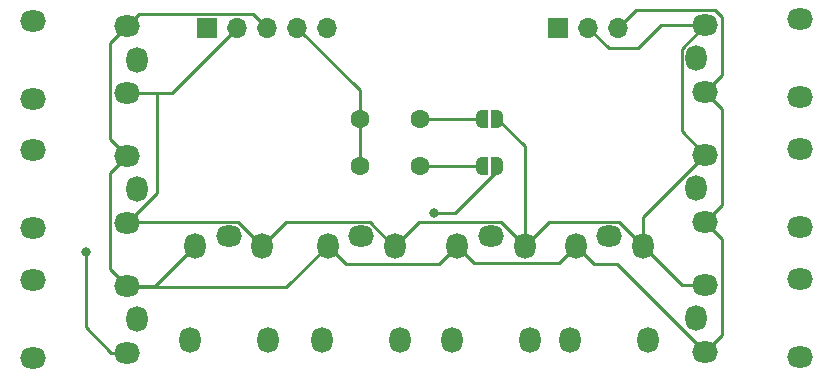
<source format=gbr>
%TF.GenerationSoftware,KiCad,Pcbnew,(6.0.5)*%
%TF.CreationDate,2022-05-17T14:08:41+02:00*%
%TF.ProjectId,i2c_bus_magslide,6932635f-6275-4735-9f6d-6167736c6964,rev?*%
%TF.SameCoordinates,Original*%
%TF.FileFunction,Copper,L1,Top*%
%TF.FilePolarity,Positive*%
%FSLAX46Y46*%
G04 Gerber Fmt 4.6, Leading zero omitted, Abs format (unit mm)*
G04 Created by KiCad (PCBNEW (6.0.5)) date 2022-05-17 14:08:41*
%MOMM*%
%LPD*%
G01*
G04 APERTURE LIST*
G04 Aperture macros list*
%AMFreePoly0*
4,1,22,0.500000,-0.750000,0.000000,-0.750000,0.000000,-0.745033,-0.079941,-0.743568,-0.215256,-0.701293,-0.333266,-0.622738,-0.424486,-0.514219,-0.481581,-0.384460,-0.499164,-0.250000,-0.500000,-0.250000,-0.500000,0.250000,-0.499164,0.250000,-0.499963,0.256109,-0.478152,0.396186,-0.417904,0.524511,-0.324060,0.630769,-0.204165,0.706417,-0.067858,0.745374,0.000000,0.744959,0.000000,0.750000,
0.500000,0.750000,0.500000,-0.750000,0.500000,-0.750000,$1*%
%AMFreePoly1*
4,1,20,0.000000,0.744959,0.073905,0.744508,0.209726,0.703889,0.328688,0.626782,0.421226,0.519385,0.479903,0.390333,0.500000,0.250000,0.500000,-0.250000,0.499851,-0.262216,0.476331,-0.402017,0.414519,-0.529596,0.319384,-0.634700,0.198574,-0.708877,0.061801,-0.746166,0.000000,-0.745033,0.000000,-0.750000,-0.500000,-0.750000,-0.500000,0.750000,0.000000,0.750000,0.000000,0.744959,
0.000000,0.744959,$1*%
G04 Aperture macros list end*
%TA.AperFunction,ComponentPad*%
%ADD10C,1.600000*%
%TD*%
%TA.AperFunction,SMDPad,CuDef*%
%ADD11FreePoly0,180.000000*%
%TD*%
%TA.AperFunction,SMDPad,CuDef*%
%ADD12FreePoly1,180.000000*%
%TD*%
%TA.AperFunction,ComponentPad*%
%ADD13R,1.700000X1.700000*%
%TD*%
%TA.AperFunction,ComponentPad*%
%ADD14O,1.700000X1.700000*%
%TD*%
%TA.AperFunction,ComponentPad*%
%ADD15O,2.200000X1.800000*%
%TD*%
%TA.AperFunction,ComponentPad*%
%ADD16O,1.800000X2.200000*%
%TD*%
%TA.AperFunction,ViaPad*%
%ADD17C,0.800000*%
%TD*%
%TA.AperFunction,Conductor*%
%ADD18C,0.250000*%
%TD*%
G04 APERTURE END LIST*
D10*
%TO.P,R2,1*%
%TO.N,+3V3*%
X166200000Y-76700000D03*
%TO.P,R2,2*%
%TO.N,Net-(JP2-Pad2)*%
X171280000Y-76700000D03*
%TD*%
%TO.P,R1,2*%
%TO.N,Net-(JP1-Pad2)*%
X171280000Y-72700000D03*
%TO.P,R1,1*%
%TO.N,+3V3*%
X166200000Y-72700000D03*
%TD*%
D11*
%TO.P,JP2,1,A*%
%TO.N,SCL*%
X177850000Y-76700000D03*
D12*
%TO.P,JP2,2,B*%
%TO.N,Net-(JP2-Pad2)*%
X176550000Y-76700000D03*
%TD*%
D11*
%TO.P,JP1,1,A*%
%TO.N,SDA*%
X177850000Y-72700000D03*
D12*
%TO.P,JP1,2,B*%
%TO.N,Net-(JP1-Pad2)*%
X176550000Y-72700000D03*
%TD*%
D13*
%TO.P,J12,1,Pin_1*%
%TO.N,GND*%
X183000000Y-65000000D03*
D14*
%TO.P,J12,2,Pin_2*%
%TO.N,SDA*%
X185540000Y-65000000D03*
%TO.P,J12,3,Pin_3*%
%TO.N,SCL*%
X188080000Y-65000000D03*
%TD*%
D13*
%TO.P,J11,1,Pin_1*%
%TO.N,GND*%
X153300000Y-65000000D03*
D14*
%TO.P,J11,2,Pin_2*%
%TO.N,SDA*%
X155840000Y-65000000D03*
%TO.P,J11,3,Pin_3*%
%TO.N,SCL*%
X158380000Y-65000000D03*
%TO.P,J11,4,Pin_4*%
%TO.N,+3V3*%
X160920000Y-65000000D03*
%TO.P,J11,5,Pin_5*%
%TO.N,+5V*%
X163460000Y-65000000D03*
%TD*%
D15*
%TO.P,J10,4,4*%
%TO.N,GND*%
X138525000Y-82000000D03*
%TO.P,J10,2,2*%
%TO.N,SCL*%
X146525000Y-75850000D03*
D16*
%TO.P,J10,1,1*%
%TO.N,+5V*%
X147325000Y-78700000D03*
D15*
%TO.P,J10,3,3*%
%TO.N,SDA*%
X146525000Y-81550000D03*
%TO.P,J10,4,4*%
%TO.N,GND*%
X138525000Y-75400000D03*
%TD*%
%TO.P,J9,4,4*%
%TO.N,GND*%
X138525000Y-64400000D03*
%TO.P,J9,3,3*%
%TO.N,SDA*%
X146525000Y-70550000D03*
D16*
%TO.P,J9,1,1*%
%TO.N,+5V*%
X147325000Y-67700000D03*
D15*
%TO.P,J9,2,2*%
%TO.N,SCL*%
X146525000Y-64850000D03*
%TO.P,J9,4,4*%
%TO.N,GND*%
X138525000Y-71000000D03*
%TD*%
D16*
%TO.P,J8,4,4*%
%TO.N,GND*%
X158400000Y-91475000D03*
%TO.P,J8,2,2*%
%TO.N,SCL*%
X152250000Y-83475000D03*
D15*
%TO.P,J8,1,1*%
%TO.N,+5V*%
X155100000Y-82675000D03*
D16*
%TO.P,J8,3,3*%
%TO.N,SDA*%
X157950000Y-83475000D03*
%TO.P,J8,4,4*%
%TO.N,GND*%
X151800000Y-91475000D03*
%TD*%
D15*
%TO.P,J7,4,4*%
%TO.N,GND*%
X203475000Y-64300000D03*
%TO.P,J7,2,2*%
%TO.N,SCL*%
X195475000Y-70450000D03*
D16*
%TO.P,J7,1,1*%
%TO.N,+5V*%
X194675000Y-67600000D03*
D15*
%TO.P,J7,3,3*%
%TO.N,SDA*%
X195475000Y-64750000D03*
%TO.P,J7,4,4*%
%TO.N,GND*%
X203475000Y-70900000D03*
%TD*%
%TO.P,J6,4,4*%
%TO.N,GND*%
X138525000Y-86400000D03*
%TO.P,J6,3,3*%
%TO.N,SDA*%
X146525000Y-92550000D03*
D16*
%TO.P,J6,1,1*%
%TO.N,+5V*%
X147325000Y-89700000D03*
D15*
%TO.P,J6,2,2*%
%TO.N,SCL*%
X146525000Y-86850000D03*
%TO.P,J6,4,4*%
%TO.N,GND*%
X138525000Y-93000000D03*
%TD*%
%TO.P,J5,4,4*%
%TO.N,GND*%
X203475000Y-75300000D03*
%TO.P,J5,2,2*%
%TO.N,SCL*%
X195475000Y-81450000D03*
D16*
%TO.P,J5,1,1*%
%TO.N,+5V*%
X194675000Y-78600000D03*
D15*
%TO.P,J5,3,3*%
%TO.N,SDA*%
X195475000Y-75750000D03*
%TO.P,J5,4,4*%
%TO.N,GND*%
X203475000Y-81900000D03*
%TD*%
D16*
%TO.P,J4,4,4*%
%TO.N,GND*%
X174025000Y-91475000D03*
%TO.P,J4,3,3*%
%TO.N,SDA*%
X180175000Y-83475000D03*
D15*
%TO.P,J4,1,1*%
%TO.N,+5V*%
X177325000Y-82675000D03*
D16*
%TO.P,J4,2,2*%
%TO.N,SCL*%
X174475000Y-83475000D03*
%TO.P,J4,4,4*%
%TO.N,GND*%
X180625000Y-91475000D03*
%TD*%
%TO.P,J3,4,4*%
%TO.N,GND*%
X169625000Y-91475000D03*
%TO.P,J3,2,2*%
%TO.N,SCL*%
X163475000Y-83475000D03*
D15*
%TO.P,J3,1,1*%
%TO.N,+5V*%
X166325000Y-82675000D03*
D16*
%TO.P,J3,3,3*%
%TO.N,SDA*%
X169175000Y-83475000D03*
%TO.P,J3,4,4*%
%TO.N,GND*%
X163025000Y-91475000D03*
%TD*%
D15*
%TO.P,J2,4,4*%
%TO.N,GND*%
X203475000Y-86300000D03*
%TO.P,J2,2,2*%
%TO.N,SCL*%
X195475000Y-92450000D03*
D16*
%TO.P,J2,1,1*%
%TO.N,+5V*%
X194675000Y-89600000D03*
D15*
%TO.P,J2,3,3*%
%TO.N,SDA*%
X195475000Y-86750000D03*
%TO.P,J2,4,4*%
%TO.N,GND*%
X203475000Y-92900000D03*
%TD*%
D16*
%TO.P,J1,4,4*%
%TO.N,GND*%
X190625000Y-91475000D03*
%TO.P,J1,2,2*%
%TO.N,SCL*%
X184475000Y-83475000D03*
D15*
%TO.P,J1,1,1*%
%TO.N,+5V*%
X187325000Y-82675000D03*
D16*
%TO.P,J1,3,3*%
%TO.N,SDA*%
X190175000Y-83475000D03*
%TO.P,J1,4,4*%
%TO.N,GND*%
X184025000Y-91475000D03*
%TD*%
D17*
%TO.N,SDA*%
X143000000Y-84000000D03*
%TO.N,SCL*%
X172500000Y-80699500D03*
%TD*%
D18*
%TO.N,SDA*%
X143000000Y-90375000D02*
X143000000Y-84000000D01*
X145175000Y-92550000D02*
X143000000Y-90375000D01*
X146525000Y-92550000D02*
X145175000Y-92550000D01*
%TO.N,SCL*%
X174259440Y-80699500D02*
X172500000Y-80699500D01*
X177850000Y-77108940D02*
X174259440Y-80699500D01*
X177850000Y-76700000D02*
X177850000Y-77108940D01*
%TO.N,SDA*%
X177850000Y-72700000D02*
X180175000Y-75025000D01*
X180175000Y-75025000D02*
X180175000Y-83475000D01*
X195475000Y-64750000D02*
X191750000Y-64750000D01*
X191750000Y-64750000D02*
X189750000Y-66750000D01*
X187290000Y-66750000D02*
X185540000Y-65000000D01*
X189750000Y-66750000D02*
X187290000Y-66750000D01*
%TO.N,SCL*%
X195475000Y-70450000D02*
X196899520Y-69025480D01*
X196899520Y-69025480D02*
X196899520Y-64099520D01*
X196899520Y-64099520D02*
X196300000Y-63500000D01*
X196300000Y-63500000D02*
X189580000Y-63500000D01*
X189580000Y-63500000D02*
X188080000Y-65000000D01*
%TO.N,SDA*%
X195475000Y-64750000D02*
X193450480Y-66774520D01*
X193450480Y-66774520D02*
X193450480Y-73725480D01*
X193450480Y-73725480D02*
X195475000Y-75750000D01*
%TO.N,SCL*%
X195475000Y-70450000D02*
X196899520Y-71874520D01*
X196899520Y-80025480D02*
X195475000Y-81450000D01*
X196899520Y-71874520D02*
X196899520Y-80025480D01*
%TO.N,SDA*%
X195475000Y-75750000D02*
X190175000Y-81050000D01*
X190175000Y-81050000D02*
X190175000Y-83475000D01*
%TO.N,SCL*%
X195475000Y-81450000D02*
X196899520Y-82874520D01*
X196899520Y-82874520D02*
X196899520Y-91025480D01*
X196899520Y-91025480D02*
X195475000Y-92450000D01*
%TO.N,SDA*%
X188150480Y-81450480D02*
X182199520Y-81450480D01*
X182199520Y-81450480D02*
X180175000Y-83475000D01*
X190175000Y-83475000D02*
X188150480Y-81450480D01*
%TO.N,SCL*%
X195475000Y-92450000D02*
X188025479Y-85000479D01*
X188025479Y-85000479D02*
X186000479Y-85000479D01*
X186000479Y-85000479D02*
X184475000Y-83475000D01*
%TO.N,SDA*%
X195475000Y-86750000D02*
X193450000Y-86750000D01*
X193450000Y-86750000D02*
X190175000Y-83475000D01*
%TO.N,SCL*%
X184475000Y-83475000D02*
X183050480Y-84899520D01*
X183050480Y-84899520D02*
X175899520Y-84899520D01*
X175899520Y-84899520D02*
X174475000Y-83475000D01*
%TO.N,SDA*%
X180175000Y-83475000D02*
X178150480Y-81450480D01*
X178150480Y-81450480D02*
X171199520Y-81450480D01*
X171199520Y-81450480D02*
X169175000Y-83475000D01*
%TO.N,SCL*%
X174475000Y-83475000D02*
X172949521Y-85000479D01*
X172949521Y-85000479D02*
X165000479Y-85000479D01*
X165000479Y-85000479D02*
X163475000Y-83475000D01*
%TO.N,SDA*%
X169175000Y-83475000D02*
X169056732Y-83475000D01*
X169056732Y-83475000D02*
X167032212Y-81450480D01*
X167032212Y-81450480D02*
X159974520Y-81450480D01*
X159974520Y-81450480D02*
X157950000Y-83475000D01*
%TO.N,SCL*%
X163475000Y-83475000D02*
X160000479Y-86949521D01*
X160000479Y-86949521D02*
X146624521Y-86949521D01*
X146624521Y-86949521D02*
X146525000Y-86850000D01*
%TO.N,SDA*%
X157950000Y-83475000D02*
X155925480Y-81450480D01*
X155925480Y-81450480D02*
X146624520Y-81450480D01*
X146624520Y-81450480D02*
X146525000Y-81550000D01*
%TO.N,SCL*%
X146525000Y-86850000D02*
X148875000Y-86850000D01*
X148875000Y-86850000D02*
X152250000Y-83475000D01*
X146525000Y-86850000D02*
X145100480Y-85425480D01*
X145100480Y-85425480D02*
X145100480Y-77274520D01*
X145100480Y-77274520D02*
X146525000Y-75850000D01*
%TO.N,SDA*%
X146525000Y-70550000D02*
X149050000Y-70550000D01*
X149050000Y-70550000D02*
X150290000Y-70550000D01*
X146525000Y-81550000D02*
X149050000Y-79025000D01*
X149050000Y-79025000D02*
X149050000Y-70550000D01*
%TO.N,SCL*%
X146525000Y-75850000D02*
X145100480Y-74425480D01*
X145100480Y-74425480D02*
X145100480Y-66274520D01*
X145100480Y-66274520D02*
X146525000Y-64850000D01*
%TO.N,SDA*%
X150290000Y-70550000D02*
X155840000Y-65000000D01*
%TO.N,SCL*%
X146525000Y-64850000D02*
X147549511Y-63825489D01*
X147549511Y-63825489D02*
X157205489Y-63825489D01*
X157205489Y-63825489D02*
X158380000Y-65000000D01*
%TO.N,+3V3*%
X166200000Y-72700000D02*
X166200000Y-70280000D01*
X166200000Y-70280000D02*
X160920000Y-65000000D01*
X166200000Y-76700000D02*
X166200000Y-72700000D01*
%TO.N,Net-(JP2-Pad2)*%
X176550000Y-76700000D02*
X171280000Y-76700000D01*
%TO.N,Net-(JP1-Pad2)*%
X171280000Y-72700000D02*
X176550000Y-72700000D01*
%TD*%
M02*

</source>
